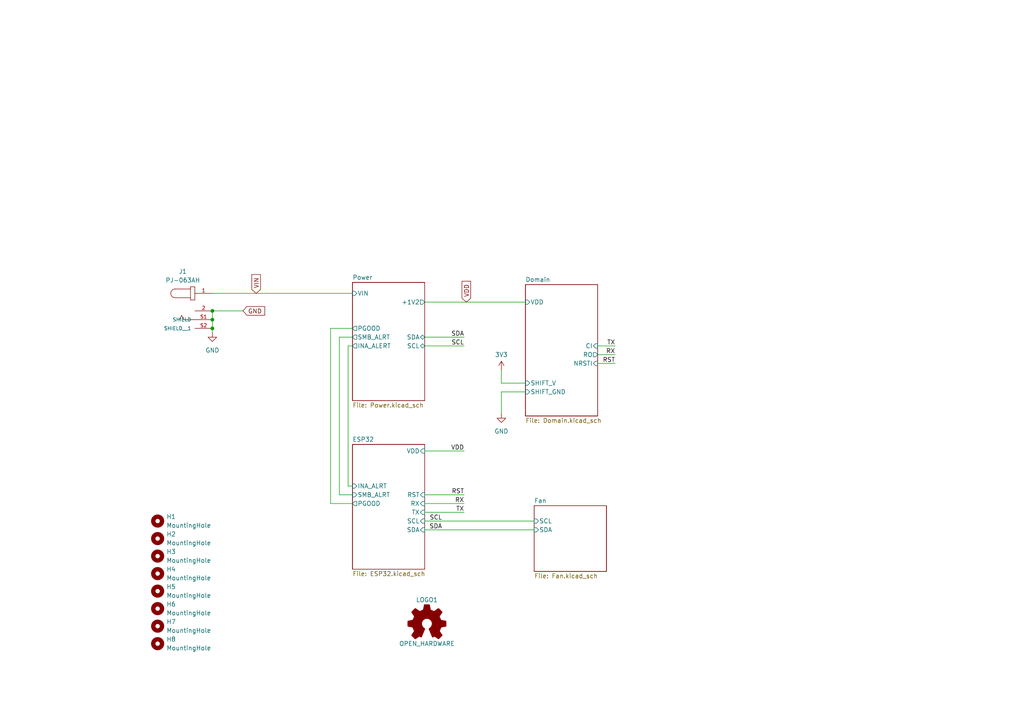
<source format=kicad_sch>
(kicad_sch (version 20231120) (generator "eeschema") (generator_version "8.0")
  (paper "A4")
  (title_block (title "BitForgeNano") (date "2024-06-21") (rev "1.0") (comment 1 "Licensed under CERN-OHL-W version 2"))
  (lib_symbols
    (symbol "+3V3_1" (power) (pin_numbers hide) (pin_names (offset 0) hide)
      (property "Value" "+3V3" (at 0 3.556 0))
      (symbol "+3V3_1_0_1"
        (polyline (pts (xy -0.762 1.27) (xy 0 2.54)))
        (polyline (pts (xy 0 0) (xy 0 2.54)))
        (polyline (pts (xy 0 2.54) (xy 0.762 1.27)))
      )
      (symbol "+3V3_1_1_1"
        (pin power_in line (at 0 0 90) (length 0) (name "~") (number "1"))
      )
    )
    (symbol "BitForgeNano:GND" (power) (pin_numbers hide) (pin_names (offset 0) hide)
      (property "Value" "GND" (at 0 -3.81 0))
      (symbol "GND_0_1"
        (polyline (pts (xy 0 0) (xy 0 -1.27) (xy 1.27 -1.27) (xy 0 -2.54) (xy -1.27 -1.27) (xy 0 -1.27)))
      )
      (symbol "GND_1_1"
        (pin power_in line (at 0 0 270) (length 0) (name "~") (number "1"))
      )
    )
    (symbol "BitForgeNano:Logo_Open_Hardware_Small" (in_bom no) (on_board no)
      (symbol "Logo_Open_Hardware_Small_0_1"
        (polyline (pts (xy 3.3528 -4.3434) (xy 3.302 -4.318) (xy 3.175 -4.2418) (xy 2.9972 -4.1148) (xy 2.7686 -3.9624) (xy 2.54 -3.81) (xy 2.3622 -3.7084) (xy 2.2352 -3.6068) (xy 2.1844 -3.5814) (xy 2.159 -3.6068) (xy 2.0574 -3.6576) (xy 1.905 -3.7338) (xy 1.8034 -3.7846) (xy 1.6764 -3.8354) (xy 1.6002 -3.8354) (xy 1.6002 -3.8354) (xy 1.5494 -3.7338) (xy 1.4732 -3.5306) (xy 1.3462 -3.302) (xy 1.2446 -3.0226) (xy 1.1176 -2.7178) (xy 0.9652 -2.413) (xy 0.8636 -2.1082) (xy 0.7366 -1.8288) (xy 0.6604 -1.6256) (xy 0.6096 -1.4732) (xy 0.5842 -1.397) (xy 0.5842 -1.397) (xy 0.6604 -1.3208) (xy 0.7874 -1.2446) (xy 1.0414 -1.016) (xy 1.2954 -0.6858) (xy 1.4478 -0.3302) (xy 1.524 0.0762) (xy 1.4732 0.4572) (xy 1.3208 0.8128) (xy 1.0668 1.143) (xy 0.762 1.3716) (xy 0.4064 1.524) (xy 0 1.5748) (xy -0.381 1.5494) (xy -0.7366 1.397) (xy -1.0668 1.143) (xy -1.2192 0.9906) (xy -1.397 0.6604) (xy -1.524 0.3048) (xy -1.524 0.2286) (xy -1.4986 -0.1778) (xy -1.397 -0.5334) (xy -1.1938 -0.8636) (xy -0.9144 -1.143) (xy -0.8636 -1.1684) (xy -0.7366 -1.27) (xy -0.635 -1.3462) (xy -0.5842 -1.397) (xy -1.0668 -2.5908) (xy -1.143 -2.794) (xy -1.2954 -3.1242) (xy -1.397 -3.4036) (xy -1.4986 -3.6322) (xy -1.5748 -3.7846) (xy -1.6002 -3.8354) (xy -1.6002 -3.8354) (xy -1.651 -3.8354) (xy -1.7272 -3.81) (xy -1.905 -3.7338) (xy -2.0066 -3.683) (xy -2.1336 -3.6068) (xy -2.2098 -3.5814) (xy -2.2606 -3.6068) (xy -2.3622 -3.683) (xy -2.54 -3.81) (xy -2.7686 -3.9624) (xy -2.9718 -4.0894) (xy -3.1496 -4.2164) (xy -3.302 -4.318) (xy -3.3528 -4.3434) (xy -3.3782 -4.3434) (xy -3.429 -4.318) (xy -3.5306 -4.2164) (xy -3.7084 -4.064) (xy -3.937 -3.8354) (xy -3.9624 -3.81) (xy -4.1656 -3.6068) (xy -4.318 -3.4544) (xy -4.4196 -3.3274) (xy -4.445 -3.2766) (xy -4.445 -3.2766) (xy -4.4196 -3.2258) (xy -4.318 -3.0734) (xy -4.2164 -2.8956) (xy -4.064 -2.667) (xy -3.6576 -2.0828) (xy -3.8862 -1.5494) (xy -3.937 -1.3716) (xy -4.0386 -1.1684) (xy -4.0894 -1.0414) (xy -4.1148 -0.9652) (xy -4.191 -0.9398) (xy -4.318 -0.9144) (xy -4.5466 -0.8636) (xy -4.8006 -0.8128) (xy -5.0546 -0.7874) (xy -5.2578 -0.7366) (xy -5.4356 -0.7112) (xy -5.5118 -0.6858) (xy -5.5118 -0.6858) (xy -5.5372 -0.635) (xy -5.5372 -0.5588) (xy -5.5372 -0.4318) (xy -5.5626 -0.2286) (xy -5.5626 0.0762) (xy -5.5626 0.127) (xy -5.5372 0.4064) (xy -5.5372 0.635) (xy -5.5372 0.762) (xy -5.5372 0.8382) (xy -5.5372 0.8382) (xy -5.461 0.8382) (xy -5.3086 0.889) (xy -5.08 0.9144) (xy -4.826 0.9652) (xy -4.8006 0.9906) (xy -4.5466 1.0414) (xy -4.318 1.0668) (xy -4.1656 1.1176) (xy -4.0894 1.143) (xy -4.0894 1.143) (xy -4.0386 1.2446) (xy -3.9624 1.4224) (xy -3.8608 1.6256) (xy -3.7846 1.8288) (xy -3.7084 2.0066) (xy -3.6576 2.159) (xy -3.6322 2.2098) (xy -3.6322 2.2098) (xy -3.683 2.286) (xy -3.7592 2.413) (xy -3.8862 2.5908) (xy -4.064 2.8194) (xy -4.064 2.8448) (xy -4.2164 3.0734) (xy -4.3434 3.2512) (xy -4.4196 3.3782) (xy -4.445 3.4544) (xy -4.445 3.4544) (xy -4.3942 3.5052) (xy -4.2926 3.6322) (xy -4.1148 3.81) (xy -3.937 4.0132) (xy -3.8608 4.064) (xy -3.6576 4.2926) (xy -3.5052 4.4196) (xy -3.4036 4.4958) (xy -3.3528 4.5212) (xy -3.3528 4.5212) (xy -3.302 4.4704) (xy -3.1496 4.3688) (xy -2.9718 4.2418) (xy -2.7432 4.0894) (xy -2.7178 4.0894) (xy -2.4892 3.937) (xy -2.3114 3.81) (xy -2.1844 3.7084) (xy -2.1336 3.683) (xy -2.1082 3.683) (xy -2.032 3.7084) (xy -1.8542 3.7592) (xy -1.6764 3.8354) (xy -1.4732 3.937) (xy -1.27 4.0132) (xy -1.143 4.064) (xy -1.0668 4.1148) (xy -1.0668 4.1148) (xy -1.0414 4.191) (xy -1.016 4.3434) (xy -0.9652 4.572) (xy -0.9144 4.8514) (xy -0.889 4.9022) (xy -0.8382 5.1562) (xy -0.8128 5.3848) (xy -0.7874 5.5372) (xy -0.762 5.588) (xy -0.7112 5.6134) (xy -0.5842 5.6134) (xy -0.4064 5.6134) (xy -0.1524 5.6134) (xy 0.0762 5.6134) (xy 0.3302 5.6134) (xy 0.5334 5.6134) (xy 0.6858 5.588) (xy 0.7366 5.588) (xy 0.7366 5.588) (xy 0.762 5.5118) (xy 0.8128 5.334) (xy 0.8382 5.1054) (xy 0.9144 4.826) (xy 0.9144 4.7752) (xy 0.9652 4.5212) (xy 1.016 4.2926) (xy 1.0414 4.1402) (xy 1.0668 4.0894) (xy 1.0668 4.0894) (xy 1.1938 4.0386) (xy 1.3716 3.9624) (xy 1.5748 3.8608) (xy 2.0828 3.6576) (xy 2.7178 4.0894) (xy 2.7686 4.1402) (xy 2.9972 4.2926) (xy 3.175 4.4196) (xy 3.302 4.4958) (xy 3.3782 4.5212) (xy 3.3782 4.5212) (xy 3.429 4.4704) (xy 3.556 4.3434) (xy 3.7338 4.191) (xy 3.9116 3.9878) (xy 4.064 3.8354) (xy 4.2418 3.6576) (xy 4.3434 3.556) (xy 4.4196 3.4798) (xy 4.4196 3.429) (xy 4.4196 3.4036) (xy 4.3942 3.3274) (xy 4.2926 3.2004) (xy 4.1656 2.9972) (xy 4.0132 2.794) (xy 3.8862 2.5908) (xy 3.7592 2.3876) (xy 3.6576 2.2352) (xy 3.6322 2.159) (xy 3.6322 2.1336) (xy 3.683 2.0066) (xy 3.7592 1.8288) (xy 3.8608 1.6002) (xy 4.064 1.1176) (xy 4.3942 1.0414) (xy 4.5974 1.016) (xy 4.8768 0.9652) (xy 5.1308 0.9144) (xy 5.5372 0.8382) (xy 5.5626 -0.6604) (xy 5.4864 -0.6858) (xy 5.4356 -0.6858) (xy 5.2832 -0.7366) (xy 5.0546 -0.762) (xy 4.8006 -0.8128) (xy 4.5974 -0.8636) (xy 4.3688 -0.9144) (xy 4.2164 -0.9398) (xy 4.1402 -0.9398) (xy 4.1148 -0.9652) (xy 4.064 -1.0668) (xy 3.9878 -1.2446) (xy 3.9116 -1.4478) (xy 3.81 -1.651) (xy 3.7338 -1.8542) (xy 3.683 -2.0066) (xy 3.6576 -2.0828) (xy 3.683 -2.1336) (xy 3.7846 -2.2606) (xy 3.8862 -2.4638) (xy 4.0386 -2.667) (xy 4.191 -2.8956) (xy 4.318 -3.0734) (xy 4.3942 -3.2004) (xy 4.445 -3.2766) (xy 4.4196 -3.3274) (xy 4.3434 -3.429) (xy 4.1656 -3.5814) (xy 3.937 -3.8354) (xy 3.8862 -3.8608) (xy 3.683 -4.064) (xy 3.5306 -4.2164) (xy 3.4036 -4.318) (xy 3.3528 -4.3434)) (fill (type outline)))
      )
    )
    (symbol "BitForgeNano:MountingHole" (pin_names (offset 1.016)) (exclude_from_sim yes) (in_bom no)
      (property "Reference" "H" (at 0 5.08 0))
      (property "Value" "MountingHole" (at 0 3.175 0))
      (symbol "MountingHole_0_1"
        (circle (center 0 0) (radius 1.27) (stroke (width 1.27)))
      )
    )
    (symbol "BitForgeNano:PJ-063AH" (pin_names (offset 1.016))
      (property "Reference" "J" (at -7.6276 5.0851 0))
      (property "Value" "PJ-063AH" (at -7.6313 -12.715 0))
      (symbol "PJ-063AH_0_0"
        (arc (start -5.715 3.81) (mid -6.9794 2.54) (end -5.715 1.27) (stroke (width 0.1524)))
        (polyline (pts (xy -5.715 3.81) (xy -1.27 3.81)) (stroke (width 0.1524)))
        (polyline (pts (xy -3.81 -3.81) (xy -4.445 -5.08)) (stroke (width 0.1524)))
        (polyline (pts (xy -3.175 -5.08) (xy -3.81 -3.81)) (stroke (width 0.1524)))
        (polyline (pts (xy -1.27 0.635) (xy 0 0.635)) (stroke (width 0.1524)))
        (polyline (pts (xy -1.27 1.27) (xy -5.715 1.27)) (stroke (width 0.1524)))
        (polyline (pts (xy -1.27 1.27) (xy -1.27 0.635)) (stroke (width 0.1524)))
        (polyline (pts (xy -1.27 3.81) (xy -1.27 1.27)) (stroke (width 0.1524)))
        (polyline (pts (xy -1.27 4.445) (xy -1.27 3.81)) (stroke (width 0.1524)))
        (polyline (pts (xy 0 -5.08) (xy -3.175 -5.08)) (stroke (width 0.1524)))
        (polyline (pts (xy 0 0.635) (xy 0 4.445)) (stroke (width 0.1524)))
        (polyline (pts (xy 0 4.445) (xy -1.27 4.445)) (stroke (width 0.1524)))
        (pin passive line (at 5.08 2.54 180) (length 5.08) (name "~") (number "1"))
        (pin passive line (at 5.08 -2.54 180) (length 5.08) (name "~") (number "2"))
        (pin power_in line (at 5.08 -5.08 180) (length 5.08) (name "SHIELD") (number "S1"))
        (pin power_in line (at 5.08 -7.62 180) (length 5.08) (name "SHIELD__1") (number "S2"))
      )
    )
  )
  (junction (at 61.595 92.71))
  (junction (at 61.595 90.17))
  (junction (at 61.595 95.25))
  (wire (pts (xy 61.595 85.09) (xy 102.235 85.09)))
  (wire (pts (xy 123.19 151.13) (xy 154.94 151.13)))
  (wire (pts (xy 98.425 97.79) (xy 98.425 143.51)))
  (wire (pts (xy 145.415 107.315) (xy 145.415 111.125)))
  (wire (pts (xy 102.235 95.25) (xy 95.885 95.25)))
  (wire (pts (xy 95.885 146.05) (xy 102.235 146.05)))
  (wire (pts (xy 61.595 95.25) (xy 61.595 96.52)))
  (wire (pts (xy 95.885 95.25) (xy 95.885 146.05)))
  (wire (pts (xy 152.4 113.665) (xy 145.415 113.665)))
  (wire (pts (xy 123.19 148.59) (xy 134.62 148.59)))
  (wire (pts (xy 145.415 113.665) (xy 145.415 120.015)))
  (wire (pts (xy 102.235 97.79) (xy 98.425 97.79)))
  (wire (pts (xy 123.19 146.05) (xy 134.62 146.05)))
  (wire (pts (xy 145.415 111.125) (xy 152.4 111.125)))
  (wire (pts (xy 61.595 90.17) (xy 70.485 90.17)))
  (wire (pts (xy 123.19 143.51) (xy 134.62 143.51)))
  (wire (pts (xy 123.19 153.67) (xy 154.94 153.67)))
  (wire (pts (xy 100.965 100.33) (xy 102.235 100.33)))
  (wire (pts (xy 61.595 92.71) (xy 61.595 95.25)))
  (wire (pts (xy 61.595 90.17) (xy 61.595 92.71)))
  (wire (pts (xy 173.355 100.33) (xy 178.435 100.33)))
  (wire (pts (xy 123.19 87.63) (xy 152.4 87.63)))
  (wire (pts (xy 102.235 140.97) (xy 100.965 140.97)))
  (wire (pts (xy 123.19 130.81) (xy 134.62 130.81)))
  (wire (pts (xy 173.355 102.87) (xy 178.435 102.87)))
  (wire (pts (xy 98.425 143.51) (xy 102.235 143.51)))
  (wire (pts (xy 123.19 97.79) (xy 134.62 97.79)))
  (wire (pts (xy 123.19 100.33) (xy 134.62 100.33)))
  (wire (pts (xy 173.355 105.41) (xy 178.435 105.41)))
  (wire (pts (xy 100.965 140.97) (xy 100.965 100.33)))
  (label "VDD" (at 134.62 130.81 180))
  (label "SDA" (at 134.62 97.79 180))
  (label "SCL" (at 134.62 100.33 180))
  (label "RST" (at 134.62 143.51 180))
  (label "RX" (at 178.435 102.87 180))
  (label "SCL" (at 128.27 151.13 180))
  (label "RX" (at 134.62 146.05 180))
  (label "SDA" (at 128.27 153.67 180))
  (label "TX" (at 178.435 100.33 180))
  (label "RST" (at 178.435 105.41 180))
  (label "TX" (at 134.62 148.59 180))
  (global_label "GND" (shape input) (at 70.485 90.17 0) (property "Intersheetrefs" "${INTERSHEET_REFS}" (effects (hide yes))))
  (global_label "VIN" (shape input) (at 74.295 85.09 90) (property "Intersheetrefs" "${INTERSHEET_REFS}" (effects (hide yes))))
  (global_label "VDD" (shape input) (at 135.255 87.63 90) (property "Intersheetrefs" "${INTERSHEET_REFS}" (effects (hide yes))))
  (symbol (lib_id "BitForgeNano:MountingHole") (at 45.72 151.13 0) (unit 1) (exclude_from_sim yes) (in_bom no)
    (property "Reference" "H1" (at 48.26 149.8599 0) (effects (justify left)))
    (property "Value" "MountingHole" (at 48.26 152.3999 0) (effects (justify left)))
    (property "Footprint" "BitForgeNano:MountingHole_3.2mm_M3_ISO14580" (effects (hide yes)))
    (property "Description" "Mounting Hole without connection" (effects (hide yes)))
  )
  (symbol (lib_id "BitForgeNano:GND") (at 61.595 96.52 0) (unit 1)
    (property "Reference" "#PWR06" (effects (hide yes)))
    (property "Value" "GND" (at 61.595 101.6 0))
    (property "Description" "Power symbol creates a global label with name \"GND\" , ground" (effects (hide yes)))
  )
  (symbol (lib_id "BitForgeNano:PJ-063AH") (at 56.515 87.63 0) (unit 1)
    (property "Reference" "J1" (at 53.0253 78.74 0))
    (property "Value" "PJ-063AH" (at 53.0253 81.28 0))
    (property "Footprint" "BitForgeNano:BarrelJack_CUI_PJ-063AH_Horizontal" (effects (hide yes)))
    (property "Description" "PJ-063AH" (effects (hide yes)))
    (property "PARTREV" "1.02" (effects (hide yes)))
    (property "MANUFACTURER" "CUI INC" (effects (hide yes)))
    (property "STANDARD" "Manufacturer recommendations" (effects (hide yes)))
    (property "DK" "CP-063AH-ND" (effects (hide yes)))
  )
  (symbol (lib_id "BitForgeNano:MountingHole") (at 45.72 156.21 0) (unit 1) (exclude_from_sim yes) (in_bom no)
    (property "Reference" "H2" (at 48.26 154.9399 0) (effects (justify left)))
    (property "Value" "MountingHole" (at 48.26 157.4799 0) (effects (justify left)))
    (property "Footprint" "BitForgeNano:MountingHole_3.2mm_M3_ISO14580" (effects (hide yes)))
    (property "Description" "Mounting Hole without connection" (effects (hide yes)))
  )
  (symbol (lib_name "+3V3_1") (lib_id "BitForgeNano:+3V3_1") (at 145.415 107.315 0) (unit 1)
    (property "Reference" "#PWR023" (effects (hide yes)))
    (property "Value" "3V3" (at 145.415 102.87 0))
    (property "Description" "Power symbol creates a global label with name \"+3V3\"" (effects (hide yes)))
  )
  (symbol (lib_id "BitForgeNano:MountingHole") (at 45.72 171.45 0) (unit 1) (exclude_from_sim yes) (in_bom no)
    (property "Reference" "H5" (at 48.26 170.1799 0) (effects (justify left)))
    (property "Value" "MountingHole" (at 48.26 172.7199 0) (effects (justify left)))
    (property "Footprint" "BitForgeNano:MountingHole_3.2mm_M3_ISO14580" (effects (hide yes)))
    (property "Description" "Mounting Hole without connection" (effects (hide yes)))
  )
  (symbol (lib_id "BitForgeNano:MountingHole") (at 45.72 181.61 0) (unit 1) (exclude_from_sim yes) (in_bom no)
    (property "Reference" "H7" (at 48.26 180.3399 0) (effects (justify left)))
    (property "Value" "MountingHole" (at 48.26 182.8799 0) (effects (justify left)))
    (property "Footprint" "BitForgeNano:MountingHole_3.2mm_M3_ISO14580" (effects (hide yes)))
    (property "Description" "Mounting Hole without connection" (effects (hide yes)))
  )
  (symbol (lib_id "BitForgeNano:MountingHole") (at 45.72 186.69 0) (unit 1) (exclude_from_sim yes) (in_bom no)
    (property "Reference" "H8" (at 48.26 185.4199 0) (effects (justify left)))
    (property "Value" "MountingHole" (at 48.26 187.9599 0) (effects (justify left)))
    (property "Footprint" "BitForgeNano:MountingHole_3.2mm_M3_ISO14580" (effects (hide yes)))
    (property "Description" "Mounting Hole without connection" (effects (hide yes)))
  )
  (symbol (lib_id "BitForgeNano:Logo_Open_Hardware_Small") (at 123.825 180.975 0) (unit 1)
    (property "Reference" "LOGO1" (at 123.825 173.99 0))
    (property "Value" "OPEN_HARDWARE" (at 123.825 186.69 0))
    (property "Footprint" "BitForgeNano:OSHW-Logo_5.7x6mm_SilkScreen" (effects (hide yes)))
    (property "Config" "+info" (effects (hide yes)))
  )
  (symbol (lib_id "BitForgeNano:GND") (at 145.415 120.015 0) (unit 1)
    (property "Reference" "#PWR060" (effects (hide yes)))
    (property "Value" "GND" (at 145.415 125.095 0))
    (property "Description" "Power symbol creates a global label with name \"GND\" , ground" (effects (hide yes)))
  )
  (symbol (lib_id "BitForgeNano:MountingHole") (at 45.72 161.29 0) (unit 1) (exclude_from_sim yes) (in_bom no)
    (property "Reference" "H3" (at 48.26 160.0199 0) (effects (justify left)))
    (property "Value" "MountingHole" (at 48.26 162.5599 0) (effects (justify left)))
    (property "Footprint" "BitForgeNano:MountingHole_3.2mm_M3_ISO14580" (effects (hide yes)))
    (property "Description" "Mounting Hole without connection" (effects (hide yes)))
  )
  (symbol (lib_id "BitForgeNano:MountingHole") (at 45.72 166.37 0) (unit 1) (exclude_from_sim yes) (in_bom no)
    (property "Reference" "H4" (at 48.26 165.0999 0) (effects (justify left)))
    (property "Value" "MountingHole" (at 48.26 167.6399 0) (effects (justify left)))
    (property "Footprint" "BitForgeNano:MountingHole_3.2mm_M3_ISO14580" (effects (hide yes)))
    (property "Description" "Mounting Hole without connection" (effects (hide yes)))
  )
  (symbol (lib_id "BitForgeNano:MountingHole") (at 45.72 176.53 0) (unit 1) (exclude_from_sim yes) (in_bom no)
    (property "Reference" "H6" (at 48.26 175.2599 0) (effects (justify left)))
    (property "Value" "MountingHole" (at 48.26 177.7999 0) (effects (justify left)))
    (property "Footprint" "BitForgeNano:MountingHole_3.2mm_M3_ISO14580" (effects (hide yes)))
    (property "Description" "Mounting Hole without connection" (effects (hide yes)))
  )
  (sheet (at 154.94 146.685) (size 20.955 19.05) (stroke (width 0.1524))
    (property "Sheetname" "Fan" (at 154.94 145.9734 0) (effects (justify left bottom)))
    (property "Sheetfile" "Fan.kicad_sch" (at 154.94 166.3196 0) (effects (justify left top)))
    (pin "SCL" input (at 154.94 151.13 180))
    (pin "SDA" input (at 154.94 153.67 180))
  )
  (sheet (at 102.235 81.915) (size 20.955 34.29) (stroke (width 0.1524))
    (property "Sheetname" "Power" (at 102.235 81.2034 0) (effects (justify left bottom)))
    (property "Sheetfile" "Power.kicad_sch" (at 102.235 116.7896 0) (effects (justify left top)))
    (pin "VIN" input (at 102.235 85.09 180))
    (pin "PGOOD" output (at 102.235 95.25 180))
    (pin "+1V2" output (at 123.19 87.63 0))
    (pin "SDA" bidirectional (at 123.19 97.79 0))
    (pin "SCL" bidirectional (at 123.19 100.33 0))
    (pin "SMB_ALRT" output (at 102.235 97.79 180))
    (pin "INA_ALERT" output (at 102.235 100.33 180))
  )
  (sheet (at 152.4 82.55) (size 20.955 38.1) (stroke (width 0.1524))
    (property "Sheetname" "Domain" (at 152.4 81.8384 0) (effects (justify left bottom)))
    (property "Sheetfile" "Domain.kicad_sch" (at 152.4 121.2346 0) (effects (justify left top)))
    (pin "VDD" input (at 152.4 87.63 180))
    (pin "SHIFT_GND" input (at 152.4 113.665 180))
    (pin "RO" output (at 173.355 102.87 0))
    (pin "CI" input (at 173.355 100.33 0))
    (pin "NRSTI" input (at 173.355 105.41 0))
    (pin "SHIFT_V" input (at 152.4 111.125 180))
  )
  (sheet (at 102.235 128.905) (size 20.955 36.195) (stroke (width 0.1524))
    (property "Sheetname" "ESP32" (at 102.235 128.1934 0) (effects (justify left bottom)))
    (property "Sheetfile" "ESP32.kicad_sch" (at 102.235 165.6846 0) (effects (justify left top)))
    (pin "PGOOD" output (at 102.235 146.05 180))
    (pin "RX" input (at 123.19 146.05 0))
    (pin "TX" input (at 123.19 148.59 0))
    (pin "RST" input (at 123.19 143.51 0))
    (pin "SCL" input (at 123.19 151.13 0))
    (pin "SDA" input (at 123.19 153.67 0))
    (pin "VDD" input (at 123.19 130.81 0))
    (pin "SMB_ALRT" input (at 102.235 143.51 180))
    (pin "INA_ALRT" input (at 102.235 140.97 180))
  )
)
</source>
